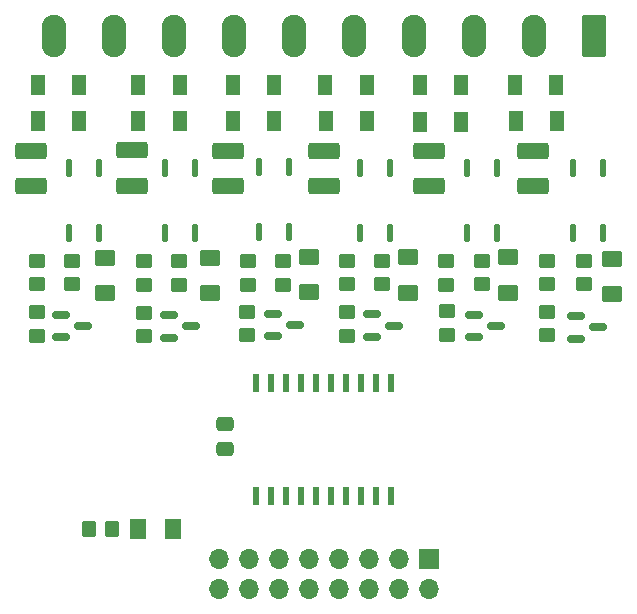
<source format=gbr>
%TF.GenerationSoftware,KiCad,Pcbnew,6.0.7+dfsg-1~bpo11+1*%
%TF.CreationDate,2022-10-12T23:41:27+02:00*%
%TF.ProjectId,rib6out_01,72696236-6f75-4745-9f30-312e6b696361,rev?*%
%TF.SameCoordinates,Original*%
%TF.FileFunction,Soldermask,Top*%
%TF.FilePolarity,Negative*%
%FSLAX46Y46*%
G04 Gerber Fmt 4.6, Leading zero omitted, Abs format (unit mm)*
G04 Created by KiCad (PCBNEW 6.0.7+dfsg-1~bpo11+1) date 2022-10-12 23:41:27*
%MOMM*%
%LPD*%
G01*
G04 APERTURE LIST*
G04 Aperture macros list*
%AMRoundRect*
0 Rectangle with rounded corners*
0 $1 Rounding radius*
0 $2 $3 $4 $5 $6 $7 $8 $9 X,Y pos of 4 corners*
0 Add a 4 corners polygon primitive as box body*
4,1,4,$2,$3,$4,$5,$6,$7,$8,$9,$2,$3,0*
0 Add four circle primitives for the rounded corners*
1,1,$1+$1,$2,$3*
1,1,$1+$1,$4,$5*
1,1,$1+$1,$6,$7*
1,1,$1+$1,$8,$9*
0 Add four rect primitives between the rounded corners*
20,1,$1+$1,$2,$3,$4,$5,0*
20,1,$1+$1,$4,$5,$6,$7,0*
20,1,$1+$1,$6,$7,$8,$9,0*
20,1,$1+$1,$8,$9,$2,$3,0*%
G04 Aperture macros list end*
%ADD10RoundRect,0.137500X0.137500X-0.587500X0.137500X0.587500X-0.137500X0.587500X-0.137500X-0.587500X0*%
%ADD11RoundRect,0.150000X-0.587500X-0.150000X0.587500X-0.150000X0.587500X0.150000X-0.587500X0.150000X0*%
%ADD12RoundRect,0.250000X0.450000X-0.350000X0.450000X0.350000X-0.450000X0.350000X-0.450000X-0.350000X0*%
%ADD13R,1.300000X1.700000*%
%ADD14RoundRect,0.250001X0.624999X-0.462499X0.624999X0.462499X-0.624999X0.462499X-0.624999X-0.462499X0*%
%ADD15RoundRect,0.250001X1.074999X-0.462499X1.074999X0.462499X-1.074999X0.462499X-1.074999X-0.462499X0*%
%ADD16R,1.700000X1.700000*%
%ADD17O,1.700000X1.700000*%
%ADD18RoundRect,0.250000X-0.475000X0.337500X-0.475000X-0.337500X0.475000X-0.337500X0.475000X0.337500X0*%
%ADD19RoundRect,0.250001X0.462499X0.624999X-0.462499X0.624999X-0.462499X-0.624999X0.462499X-0.624999X0*%
%ADD20R,0.600000X1.500000*%
%ADD21RoundRect,0.249999X0.790001X1.550001X-0.790001X1.550001X-0.790001X-1.550001X0.790001X-1.550001X0*%
%ADD22O,2.080000X3.600000*%
%ADD23RoundRect,0.250000X-0.350000X-0.450000X0.350000X-0.450000X0.350000X0.450000X-0.350000X0.450000X0*%
G04 APERTURE END LIST*
D10*
%TO.C,U7*%
X131380000Y-87470000D03*
X133920000Y-87470000D03*
X133920000Y-81970000D03*
X131380000Y-81970000D03*
%TD*%
D11*
%TO.C,Q4*%
X148632500Y-94340000D03*
X148632500Y-96240000D03*
X150507500Y-95290000D03*
%TD*%
%TO.C,Q1*%
X174282500Y-94530000D03*
X174282500Y-96430000D03*
X176157500Y-95480000D03*
%TD*%
D12*
%TO.C,R15*%
X128650000Y-96220000D03*
X128650000Y-94220000D03*
%TD*%
D13*
%TO.C,D18*%
X137250000Y-75000000D03*
X140750000Y-75000000D03*
%TD*%
D14*
%TO.C,D4*%
X160130000Y-92535000D03*
X160130000Y-89560000D03*
%TD*%
D12*
%TO.C,R6*%
X171850000Y-91850000D03*
X171850000Y-89850000D03*
%TD*%
%TO.C,R12*%
X154930000Y-91840000D03*
X154930000Y-89840000D03*
%TD*%
D13*
%TO.C,D16*%
X153100000Y-75000000D03*
X156600000Y-75000000D03*
%TD*%
%TO.C,D17*%
X145250000Y-75000000D03*
X148750000Y-75000000D03*
%TD*%
D11*
%TO.C,Q2*%
X165672500Y-94420000D03*
X165672500Y-96320000D03*
X167547500Y-95370000D03*
%TD*%
D13*
%TO.C,D14*%
X169150000Y-75000000D03*
X172650000Y-75000000D03*
%TD*%
%TO.C,D19*%
X128750000Y-75000000D03*
X132250000Y-75000000D03*
%TD*%
%TO.C,D15*%
X161100000Y-75000000D03*
X164600000Y-75000000D03*
%TD*%
%TO.C,D11*%
X148750000Y-78000000D03*
X145250000Y-78000000D03*
%TD*%
D15*
%TO.C,F2*%
X161830000Y-83535000D03*
X161830000Y-80560000D03*
%TD*%
%TO.C,F3*%
X153020000Y-83510000D03*
X153020000Y-80535000D03*
%TD*%
D11*
%TO.C,Q3*%
X157032500Y-94390000D03*
X157032500Y-96290000D03*
X158907500Y-95340000D03*
%TD*%
D12*
%TO.C,R3*%
X163360000Y-96110000D03*
X163360000Y-94110000D03*
%TD*%
D14*
%TO.C,D2*%
X177370000Y-92675000D03*
X177370000Y-89700000D03*
%TD*%
D15*
%TO.C,F1*%
X170690000Y-83515000D03*
X170690000Y-80540000D03*
%TD*%
D12*
%TO.C,R18*%
X137730000Y-91870000D03*
X137730000Y-89870000D03*
%TD*%
D10*
%TO.C,U6*%
X139540000Y-87490000D03*
X142080000Y-87490000D03*
X142080000Y-81990000D03*
X139540000Y-81990000D03*
%TD*%
D12*
%TO.C,R16*%
X140690000Y-91890000D03*
X140690000Y-89890000D03*
%TD*%
D14*
%TO.C,D7*%
X134460000Y-92555000D03*
X134460000Y-89580000D03*
%TD*%
D12*
%TO.C,R17*%
X131680000Y-91850000D03*
X131680000Y-89850000D03*
%TD*%
D13*
%TO.C,D9*%
X164600000Y-78100000D03*
X161100000Y-78100000D03*
%TD*%
%TO.C,D12*%
X140750000Y-78000000D03*
X137250000Y-78000000D03*
%TD*%
D14*
%TO.C,D3*%
X168600000Y-92535000D03*
X168600000Y-89560000D03*
%TD*%
D16*
%TO.C,J1*%
X161890000Y-115120000D03*
D17*
X161890000Y-117660000D03*
X159350000Y-115120000D03*
X159350000Y-117660000D03*
X156810000Y-115120000D03*
X156810000Y-117660000D03*
X154270000Y-115120000D03*
X154270000Y-117660000D03*
X151730000Y-115120000D03*
X151730000Y-117660000D03*
X149190000Y-115120000D03*
X149190000Y-117660000D03*
X146650000Y-115120000D03*
X146650000Y-117660000D03*
X144110000Y-115120000D03*
X144110000Y-117660000D03*
%TD*%
D10*
%TO.C,U2*%
X174030000Y-87510000D03*
X176570000Y-87510000D03*
X176570000Y-82010000D03*
X174030000Y-82010000D03*
%TD*%
D13*
%TO.C,D10*%
X156650000Y-78000000D03*
X153150000Y-78000000D03*
%TD*%
D15*
%TO.C,F4*%
X144840000Y-83515000D03*
X144840000Y-80540000D03*
%TD*%
D18*
%TO.C,C1*%
X144560000Y-103695000D03*
X144560000Y-105770000D03*
%TD*%
D13*
%TO.C,D13*%
X132250000Y-78000000D03*
X128750000Y-78000000D03*
%TD*%
D12*
%TO.C,R8*%
X154890000Y-96200000D03*
X154890000Y-94200000D03*
%TD*%
%TO.C,R11*%
X149470000Y-91890000D03*
X149470000Y-89890000D03*
%TD*%
D10*
%TO.C,U3*%
X165060000Y-87490000D03*
X167600000Y-87490000D03*
X167600000Y-81990000D03*
X165060000Y-81990000D03*
%TD*%
D12*
%TO.C,R5*%
X166320000Y-91820000D03*
X166320000Y-89820000D03*
%TD*%
D15*
%TO.C,F5*%
X136730000Y-83477500D03*
X136730000Y-80502500D03*
%TD*%
D19*
%TO.C,D1*%
X140207500Y-112510000D03*
X137232500Y-112510000D03*
%TD*%
D12*
%TO.C,R4*%
X174960000Y-91850000D03*
X174960000Y-89850000D03*
%TD*%
%TO.C,R9*%
X146480000Y-96140000D03*
X146480000Y-94140000D03*
%TD*%
%TO.C,R13*%
X146550000Y-91890000D03*
X146550000Y-89890000D03*
%TD*%
%TO.C,R19*%
X128680000Y-91850000D03*
X128680000Y-89850000D03*
%TD*%
%TO.C,R14*%
X137740000Y-96250000D03*
X137740000Y-94250000D03*
%TD*%
D11*
%TO.C,Q6*%
X130742500Y-94410000D03*
X130742500Y-96310000D03*
X132617500Y-95360000D03*
%TD*%
D20*
%TO.C,U1*%
X147265000Y-109730000D03*
X148535000Y-109730000D03*
X149805000Y-109730000D03*
X151075000Y-109730000D03*
X152345000Y-109730000D03*
X153615000Y-109730000D03*
X154885000Y-109730000D03*
X156155000Y-109730000D03*
X157425000Y-109730000D03*
X158695000Y-109730000D03*
X158695000Y-100230000D03*
X157425000Y-100230000D03*
X156155000Y-100230000D03*
X154885000Y-100230000D03*
X153615000Y-100230000D03*
X152345000Y-100230000D03*
X151075000Y-100230000D03*
X149805000Y-100230000D03*
X148535000Y-100230000D03*
X147265000Y-100230000D03*
%TD*%
D21*
%TO.C,J2*%
X175860000Y-70777500D03*
D22*
X170780000Y-70777500D03*
X165700000Y-70777500D03*
X160620000Y-70777500D03*
X155540000Y-70777500D03*
X150460000Y-70777500D03*
X145380000Y-70777500D03*
X140300000Y-70777500D03*
X135220000Y-70777500D03*
X130140000Y-70777500D03*
%TD*%
D15*
%TO.C,F6*%
X128160000Y-83507500D03*
X128160000Y-80532500D03*
%TD*%
D13*
%TO.C,D8*%
X172700000Y-78050000D03*
X169200000Y-78050000D03*
%TD*%
D10*
%TO.C,U4*%
X156040000Y-87460000D03*
X158580000Y-87460000D03*
X158580000Y-81960000D03*
X156040000Y-81960000D03*
%TD*%
D23*
%TO.C,R1*%
X133070000Y-112580000D03*
X135070000Y-112580000D03*
%TD*%
D10*
%TO.C,U5*%
X147510000Y-87420000D03*
X150050000Y-87420000D03*
X150050000Y-81920000D03*
X147510000Y-81920000D03*
%TD*%
D11*
%TO.C,Q5*%
X139862500Y-94440000D03*
X139862500Y-96340000D03*
X141737500Y-95390000D03*
%TD*%
D14*
%TO.C,D6*%
X143320000Y-92595000D03*
X143320000Y-89620000D03*
%TD*%
D12*
%TO.C,R10*%
X157860000Y-91850000D03*
X157860000Y-89850000D03*
%TD*%
%TO.C,R2*%
X171900000Y-96140000D03*
X171900000Y-94140000D03*
%TD*%
D14*
%TO.C,D5*%
X151710000Y-92480000D03*
X151710000Y-89505000D03*
%TD*%
D12*
%TO.C,R7*%
X163340000Y-91860000D03*
X163340000Y-89860000D03*
%TD*%
M02*

</source>
